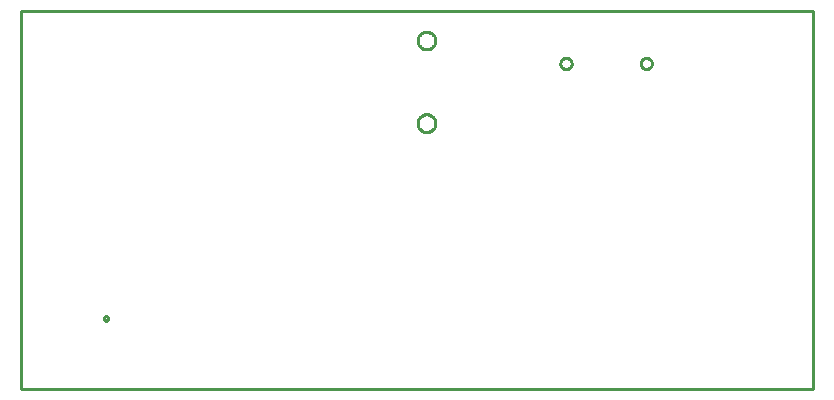
<source format=gbr>
G04 EAGLE Gerber RS-274X export*
G04 #@! %TF.Part,Single*
G04 #@! %TF.FileFunction,Profile,NP*
G04 #@! %TF.FilePolarity,Positive*
G04 #@! %TF.GenerationSoftware,Autodesk,EAGLE,9.5.2*
G04 #@! %TF.CreationDate,2020-03-16T13:55:46Z*
G75*
%MOMM*%
%FSLAX34Y34*%
%LPD*%
%IN*%
%IPPOS*%
%AMOC8*
5,1,8,0,0,1.08239X$1,22.5*%
G01*
%ADD10C,0.000000*%
%ADD11C,0.254000*%


D10*
X0Y0D02*
X670000Y0D01*
X670000Y320000D01*
X0Y320000D01*
X0Y0D01*
X69850Y59700D02*
X69852Y59783D01*
X69858Y59866D01*
X69868Y59949D01*
X69882Y60031D01*
X69899Y60113D01*
X69921Y60193D01*
X69946Y60272D01*
X69975Y60350D01*
X70008Y60427D01*
X70045Y60502D01*
X70084Y60575D01*
X70128Y60646D01*
X70174Y60715D01*
X70224Y60782D01*
X70277Y60846D01*
X70333Y60908D01*
X70392Y60967D01*
X70454Y61023D01*
X70518Y61076D01*
X70585Y61126D01*
X70654Y61172D01*
X70725Y61216D01*
X70798Y61255D01*
X70873Y61292D01*
X70950Y61325D01*
X71028Y61354D01*
X71107Y61379D01*
X71187Y61401D01*
X71269Y61418D01*
X71351Y61432D01*
X71434Y61442D01*
X71517Y61448D01*
X71600Y61450D01*
X71683Y61448D01*
X71766Y61442D01*
X71849Y61432D01*
X71931Y61418D01*
X72013Y61401D01*
X72093Y61379D01*
X72172Y61354D01*
X72250Y61325D01*
X72327Y61292D01*
X72402Y61255D01*
X72475Y61216D01*
X72546Y61172D01*
X72615Y61126D01*
X72682Y61076D01*
X72746Y61023D01*
X72808Y60967D01*
X72867Y60908D01*
X72923Y60846D01*
X72976Y60782D01*
X73026Y60715D01*
X73072Y60646D01*
X73116Y60575D01*
X73155Y60502D01*
X73192Y60427D01*
X73225Y60350D01*
X73254Y60272D01*
X73279Y60193D01*
X73301Y60113D01*
X73318Y60031D01*
X73332Y59949D01*
X73342Y59866D01*
X73348Y59783D01*
X73350Y59700D01*
X73348Y59617D01*
X73342Y59534D01*
X73332Y59451D01*
X73318Y59369D01*
X73301Y59287D01*
X73279Y59207D01*
X73254Y59128D01*
X73225Y59050D01*
X73192Y58973D01*
X73155Y58898D01*
X73116Y58825D01*
X73072Y58754D01*
X73026Y58685D01*
X72976Y58618D01*
X72923Y58554D01*
X72867Y58492D01*
X72808Y58433D01*
X72746Y58377D01*
X72682Y58324D01*
X72615Y58274D01*
X72546Y58228D01*
X72475Y58184D01*
X72402Y58145D01*
X72327Y58108D01*
X72250Y58075D01*
X72172Y58046D01*
X72093Y58021D01*
X72013Y57999D01*
X71931Y57982D01*
X71849Y57968D01*
X71766Y57958D01*
X71683Y57952D01*
X71600Y57950D01*
X71517Y57952D01*
X71434Y57958D01*
X71351Y57968D01*
X71269Y57982D01*
X71187Y57999D01*
X71107Y58021D01*
X71028Y58046D01*
X70950Y58075D01*
X70873Y58108D01*
X70798Y58145D01*
X70725Y58184D01*
X70654Y58228D01*
X70585Y58274D01*
X70518Y58324D01*
X70454Y58377D01*
X70392Y58433D01*
X70333Y58492D01*
X70277Y58554D01*
X70224Y58618D01*
X70174Y58685D01*
X70128Y58754D01*
X70084Y58825D01*
X70045Y58898D01*
X70008Y58973D01*
X69975Y59050D01*
X69946Y59128D01*
X69921Y59207D01*
X69899Y59287D01*
X69882Y59369D01*
X69868Y59451D01*
X69858Y59534D01*
X69852Y59617D01*
X69850Y59700D01*
X456350Y275500D02*
X456352Y275638D01*
X456358Y275775D01*
X456368Y275912D01*
X456382Y276049D01*
X456400Y276185D01*
X456422Y276321D01*
X456447Y276456D01*
X456477Y276590D01*
X456510Y276724D01*
X456548Y276856D01*
X456589Y276987D01*
X456634Y277117D01*
X456683Y277246D01*
X456735Y277373D01*
X456791Y277499D01*
X456851Y277623D01*
X456914Y277745D01*
X456981Y277865D01*
X457051Y277983D01*
X457124Y278100D01*
X457201Y278214D01*
X457282Y278325D01*
X457365Y278435D01*
X457451Y278542D01*
X457541Y278646D01*
X457634Y278748D01*
X457729Y278847D01*
X457827Y278943D01*
X457928Y279036D01*
X458032Y279126D01*
X458138Y279214D01*
X458247Y279298D01*
X458358Y279379D01*
X458472Y279457D01*
X458587Y279531D01*
X458705Y279602D01*
X458825Y279670D01*
X458947Y279734D01*
X459070Y279794D01*
X459195Y279851D01*
X459322Y279905D01*
X459450Y279954D01*
X459580Y280000D01*
X459711Y280042D01*
X459843Y280081D01*
X459976Y280115D01*
X460110Y280146D01*
X460245Y280172D01*
X460381Y280195D01*
X460517Y280214D01*
X460654Y280229D01*
X460791Y280240D01*
X460928Y280247D01*
X461066Y280250D01*
X461203Y280249D01*
X461341Y280244D01*
X461478Y280235D01*
X461615Y280222D01*
X461751Y280205D01*
X461887Y280184D01*
X462022Y280160D01*
X462157Y280131D01*
X462291Y280098D01*
X462423Y280062D01*
X462555Y280022D01*
X462685Y279978D01*
X462814Y279930D01*
X462942Y279878D01*
X463068Y279823D01*
X463192Y279765D01*
X463314Y279702D01*
X463435Y279636D01*
X463554Y279567D01*
X463671Y279494D01*
X463785Y279418D01*
X463898Y279339D01*
X464008Y279256D01*
X464115Y279170D01*
X464220Y279082D01*
X464322Y278990D01*
X464422Y278895D01*
X464519Y278797D01*
X464613Y278697D01*
X464704Y278594D01*
X464792Y278488D01*
X464877Y278380D01*
X464959Y278270D01*
X465038Y278157D01*
X465113Y278042D01*
X465185Y277924D01*
X465253Y277805D01*
X465318Y277684D01*
X465380Y277561D01*
X465437Y277436D01*
X465492Y277310D01*
X465542Y277182D01*
X465589Y277053D01*
X465632Y276922D01*
X465671Y276790D01*
X465707Y276657D01*
X465738Y276523D01*
X465766Y276389D01*
X465790Y276253D01*
X465810Y276117D01*
X465826Y275981D01*
X465838Y275844D01*
X465846Y275706D01*
X465850Y275569D01*
X465850Y275431D01*
X465846Y275294D01*
X465838Y275156D01*
X465826Y275019D01*
X465810Y274883D01*
X465790Y274747D01*
X465766Y274611D01*
X465738Y274477D01*
X465707Y274343D01*
X465671Y274210D01*
X465632Y274078D01*
X465589Y273947D01*
X465542Y273818D01*
X465492Y273690D01*
X465437Y273564D01*
X465380Y273439D01*
X465318Y273316D01*
X465253Y273195D01*
X465185Y273076D01*
X465113Y272958D01*
X465038Y272843D01*
X464959Y272730D01*
X464877Y272620D01*
X464792Y272512D01*
X464704Y272406D01*
X464613Y272303D01*
X464519Y272203D01*
X464422Y272105D01*
X464322Y272010D01*
X464220Y271918D01*
X464115Y271830D01*
X464008Y271744D01*
X463898Y271661D01*
X463785Y271582D01*
X463671Y271506D01*
X463554Y271433D01*
X463435Y271364D01*
X463314Y271298D01*
X463192Y271235D01*
X463068Y271177D01*
X462942Y271122D01*
X462814Y271070D01*
X462685Y271022D01*
X462555Y270978D01*
X462423Y270938D01*
X462291Y270902D01*
X462157Y270869D01*
X462022Y270840D01*
X461887Y270816D01*
X461751Y270795D01*
X461615Y270778D01*
X461478Y270765D01*
X461341Y270756D01*
X461203Y270751D01*
X461066Y270750D01*
X460928Y270753D01*
X460791Y270760D01*
X460654Y270771D01*
X460517Y270786D01*
X460381Y270805D01*
X460245Y270828D01*
X460110Y270854D01*
X459976Y270885D01*
X459843Y270919D01*
X459711Y270958D01*
X459580Y271000D01*
X459450Y271046D01*
X459322Y271095D01*
X459195Y271149D01*
X459070Y271206D01*
X458947Y271266D01*
X458825Y271330D01*
X458705Y271398D01*
X458587Y271469D01*
X458472Y271543D01*
X458358Y271621D01*
X458247Y271702D01*
X458138Y271786D01*
X458032Y271874D01*
X457928Y271964D01*
X457827Y272057D01*
X457729Y272153D01*
X457634Y272252D01*
X457541Y272354D01*
X457451Y272458D01*
X457365Y272565D01*
X457282Y272675D01*
X457201Y272786D01*
X457124Y272900D01*
X457051Y273017D01*
X456981Y273135D01*
X456914Y273255D01*
X456851Y273377D01*
X456791Y273501D01*
X456735Y273627D01*
X456683Y273754D01*
X456634Y273883D01*
X456589Y274013D01*
X456548Y274144D01*
X456510Y274276D01*
X456477Y274410D01*
X456447Y274544D01*
X456422Y274679D01*
X456400Y274815D01*
X456382Y274951D01*
X456368Y275088D01*
X456358Y275225D01*
X456352Y275362D01*
X456350Y275500D01*
X524350Y275500D02*
X524352Y275638D01*
X524358Y275775D01*
X524368Y275912D01*
X524382Y276049D01*
X524400Y276185D01*
X524422Y276321D01*
X524447Y276456D01*
X524477Y276590D01*
X524510Y276724D01*
X524548Y276856D01*
X524589Y276987D01*
X524634Y277117D01*
X524683Y277246D01*
X524735Y277373D01*
X524791Y277499D01*
X524851Y277623D01*
X524914Y277745D01*
X524981Y277865D01*
X525051Y277983D01*
X525124Y278100D01*
X525201Y278214D01*
X525282Y278325D01*
X525365Y278435D01*
X525451Y278542D01*
X525541Y278646D01*
X525634Y278748D01*
X525729Y278847D01*
X525827Y278943D01*
X525928Y279036D01*
X526032Y279126D01*
X526138Y279214D01*
X526247Y279298D01*
X526358Y279379D01*
X526472Y279457D01*
X526587Y279531D01*
X526705Y279602D01*
X526825Y279670D01*
X526947Y279734D01*
X527070Y279794D01*
X527195Y279851D01*
X527322Y279905D01*
X527450Y279954D01*
X527580Y280000D01*
X527711Y280042D01*
X527843Y280081D01*
X527976Y280115D01*
X528110Y280146D01*
X528245Y280172D01*
X528381Y280195D01*
X528517Y280214D01*
X528654Y280229D01*
X528791Y280240D01*
X528928Y280247D01*
X529066Y280250D01*
X529203Y280249D01*
X529341Y280244D01*
X529478Y280235D01*
X529615Y280222D01*
X529751Y280205D01*
X529887Y280184D01*
X530022Y280160D01*
X530157Y280131D01*
X530291Y280098D01*
X530423Y280062D01*
X530555Y280022D01*
X530685Y279978D01*
X530814Y279930D01*
X530942Y279878D01*
X531068Y279823D01*
X531192Y279765D01*
X531314Y279702D01*
X531435Y279636D01*
X531554Y279567D01*
X531671Y279494D01*
X531785Y279418D01*
X531898Y279339D01*
X532008Y279256D01*
X532115Y279170D01*
X532220Y279082D01*
X532322Y278990D01*
X532422Y278895D01*
X532519Y278797D01*
X532613Y278697D01*
X532704Y278594D01*
X532792Y278488D01*
X532877Y278380D01*
X532959Y278270D01*
X533038Y278157D01*
X533113Y278042D01*
X533185Y277924D01*
X533253Y277805D01*
X533318Y277684D01*
X533380Y277561D01*
X533437Y277436D01*
X533492Y277310D01*
X533542Y277182D01*
X533589Y277053D01*
X533632Y276922D01*
X533671Y276790D01*
X533707Y276657D01*
X533738Y276523D01*
X533766Y276389D01*
X533790Y276253D01*
X533810Y276117D01*
X533826Y275981D01*
X533838Y275844D01*
X533846Y275706D01*
X533850Y275569D01*
X533850Y275431D01*
X533846Y275294D01*
X533838Y275156D01*
X533826Y275019D01*
X533810Y274883D01*
X533790Y274747D01*
X533766Y274611D01*
X533738Y274477D01*
X533707Y274343D01*
X533671Y274210D01*
X533632Y274078D01*
X533589Y273947D01*
X533542Y273818D01*
X533492Y273690D01*
X533437Y273564D01*
X533380Y273439D01*
X533318Y273316D01*
X533253Y273195D01*
X533185Y273076D01*
X533113Y272958D01*
X533038Y272843D01*
X532959Y272730D01*
X532877Y272620D01*
X532792Y272512D01*
X532704Y272406D01*
X532613Y272303D01*
X532519Y272203D01*
X532422Y272105D01*
X532322Y272010D01*
X532220Y271918D01*
X532115Y271830D01*
X532008Y271744D01*
X531898Y271661D01*
X531785Y271582D01*
X531671Y271506D01*
X531554Y271433D01*
X531435Y271364D01*
X531314Y271298D01*
X531192Y271235D01*
X531068Y271177D01*
X530942Y271122D01*
X530814Y271070D01*
X530685Y271022D01*
X530555Y270978D01*
X530423Y270938D01*
X530291Y270902D01*
X530157Y270869D01*
X530022Y270840D01*
X529887Y270816D01*
X529751Y270795D01*
X529615Y270778D01*
X529478Y270765D01*
X529341Y270756D01*
X529203Y270751D01*
X529066Y270750D01*
X528928Y270753D01*
X528791Y270760D01*
X528654Y270771D01*
X528517Y270786D01*
X528381Y270805D01*
X528245Y270828D01*
X528110Y270854D01*
X527976Y270885D01*
X527843Y270919D01*
X527711Y270958D01*
X527580Y271000D01*
X527450Y271046D01*
X527322Y271095D01*
X527195Y271149D01*
X527070Y271206D01*
X526947Y271266D01*
X526825Y271330D01*
X526705Y271398D01*
X526587Y271469D01*
X526472Y271543D01*
X526358Y271621D01*
X526247Y271702D01*
X526138Y271786D01*
X526032Y271874D01*
X525928Y271964D01*
X525827Y272057D01*
X525729Y272153D01*
X525634Y272252D01*
X525541Y272354D01*
X525451Y272458D01*
X525365Y272565D01*
X525282Y272675D01*
X525201Y272786D01*
X525124Y272900D01*
X525051Y273017D01*
X524981Y273135D01*
X524914Y273255D01*
X524851Y273377D01*
X524791Y273501D01*
X524735Y273627D01*
X524683Y273754D01*
X524634Y273883D01*
X524589Y274013D01*
X524548Y274144D01*
X524510Y274276D01*
X524477Y274410D01*
X524447Y274544D01*
X524422Y274679D01*
X524400Y274815D01*
X524382Y274951D01*
X524368Y275088D01*
X524358Y275225D01*
X524352Y275362D01*
X524350Y275500D01*
X335500Y295000D02*
X335502Y295184D01*
X335509Y295368D01*
X335520Y295552D01*
X335536Y295735D01*
X335556Y295918D01*
X335581Y296100D01*
X335610Y296282D01*
X335644Y296463D01*
X335682Y296643D01*
X335725Y296822D01*
X335772Y297000D01*
X335823Y297177D01*
X335879Y297353D01*
X335938Y297527D01*
X336003Y297699D01*
X336071Y297870D01*
X336143Y298039D01*
X336220Y298207D01*
X336301Y298372D01*
X336386Y298535D01*
X336474Y298697D01*
X336567Y298856D01*
X336664Y299012D01*
X336764Y299167D01*
X336868Y299319D01*
X336976Y299468D01*
X337087Y299614D01*
X337202Y299758D01*
X337321Y299899D01*
X337443Y300037D01*
X337568Y300172D01*
X337697Y300303D01*
X337828Y300432D01*
X337963Y300557D01*
X338101Y300679D01*
X338242Y300798D01*
X338386Y300913D01*
X338532Y301024D01*
X338681Y301132D01*
X338833Y301236D01*
X338988Y301336D01*
X339144Y301433D01*
X339303Y301526D01*
X339465Y301614D01*
X339628Y301699D01*
X339793Y301780D01*
X339961Y301857D01*
X340130Y301929D01*
X340301Y301997D01*
X340473Y302062D01*
X340647Y302121D01*
X340823Y302177D01*
X341000Y302228D01*
X341178Y302275D01*
X341357Y302318D01*
X341537Y302356D01*
X341718Y302390D01*
X341900Y302419D01*
X342082Y302444D01*
X342265Y302464D01*
X342448Y302480D01*
X342632Y302491D01*
X342816Y302498D01*
X343000Y302500D01*
X343184Y302498D01*
X343368Y302491D01*
X343552Y302480D01*
X343735Y302464D01*
X343918Y302444D01*
X344100Y302419D01*
X344282Y302390D01*
X344463Y302356D01*
X344643Y302318D01*
X344822Y302275D01*
X345000Y302228D01*
X345177Y302177D01*
X345353Y302121D01*
X345527Y302062D01*
X345699Y301997D01*
X345870Y301929D01*
X346039Y301857D01*
X346207Y301780D01*
X346372Y301699D01*
X346535Y301614D01*
X346697Y301526D01*
X346856Y301433D01*
X347012Y301336D01*
X347167Y301236D01*
X347319Y301132D01*
X347468Y301024D01*
X347614Y300913D01*
X347758Y300798D01*
X347899Y300679D01*
X348037Y300557D01*
X348172Y300432D01*
X348303Y300303D01*
X348432Y300172D01*
X348557Y300037D01*
X348679Y299899D01*
X348798Y299758D01*
X348913Y299614D01*
X349024Y299468D01*
X349132Y299319D01*
X349236Y299167D01*
X349336Y299012D01*
X349433Y298856D01*
X349526Y298697D01*
X349614Y298535D01*
X349699Y298372D01*
X349780Y298207D01*
X349857Y298039D01*
X349929Y297870D01*
X349997Y297699D01*
X350062Y297527D01*
X350121Y297353D01*
X350177Y297177D01*
X350228Y297000D01*
X350275Y296822D01*
X350318Y296643D01*
X350356Y296463D01*
X350390Y296282D01*
X350419Y296100D01*
X350444Y295918D01*
X350464Y295735D01*
X350480Y295552D01*
X350491Y295368D01*
X350498Y295184D01*
X350500Y295000D01*
X350498Y294816D01*
X350491Y294632D01*
X350480Y294448D01*
X350464Y294265D01*
X350444Y294082D01*
X350419Y293900D01*
X350390Y293718D01*
X350356Y293537D01*
X350318Y293357D01*
X350275Y293178D01*
X350228Y293000D01*
X350177Y292823D01*
X350121Y292647D01*
X350062Y292473D01*
X349997Y292301D01*
X349929Y292130D01*
X349857Y291961D01*
X349780Y291793D01*
X349699Y291628D01*
X349614Y291465D01*
X349526Y291303D01*
X349433Y291144D01*
X349336Y290988D01*
X349236Y290833D01*
X349132Y290681D01*
X349024Y290532D01*
X348913Y290386D01*
X348798Y290242D01*
X348679Y290101D01*
X348557Y289963D01*
X348432Y289828D01*
X348303Y289697D01*
X348172Y289568D01*
X348037Y289443D01*
X347899Y289321D01*
X347758Y289202D01*
X347614Y289087D01*
X347468Y288976D01*
X347319Y288868D01*
X347167Y288764D01*
X347012Y288664D01*
X346856Y288567D01*
X346697Y288474D01*
X346535Y288386D01*
X346372Y288301D01*
X346207Y288220D01*
X346039Y288143D01*
X345870Y288071D01*
X345699Y288003D01*
X345527Y287938D01*
X345353Y287879D01*
X345177Y287823D01*
X345000Y287772D01*
X344822Y287725D01*
X344643Y287682D01*
X344463Y287644D01*
X344282Y287610D01*
X344100Y287581D01*
X343918Y287556D01*
X343735Y287536D01*
X343552Y287520D01*
X343368Y287509D01*
X343184Y287502D01*
X343000Y287500D01*
X342816Y287502D01*
X342632Y287509D01*
X342448Y287520D01*
X342265Y287536D01*
X342082Y287556D01*
X341900Y287581D01*
X341718Y287610D01*
X341537Y287644D01*
X341357Y287682D01*
X341178Y287725D01*
X341000Y287772D01*
X340823Y287823D01*
X340647Y287879D01*
X340473Y287938D01*
X340301Y288003D01*
X340130Y288071D01*
X339961Y288143D01*
X339793Y288220D01*
X339628Y288301D01*
X339465Y288386D01*
X339303Y288474D01*
X339144Y288567D01*
X338988Y288664D01*
X338833Y288764D01*
X338681Y288868D01*
X338532Y288976D01*
X338386Y289087D01*
X338242Y289202D01*
X338101Y289321D01*
X337963Y289443D01*
X337828Y289568D01*
X337697Y289697D01*
X337568Y289828D01*
X337443Y289963D01*
X337321Y290101D01*
X337202Y290242D01*
X337087Y290386D01*
X336976Y290532D01*
X336868Y290681D01*
X336764Y290833D01*
X336664Y290988D01*
X336567Y291144D01*
X336474Y291303D01*
X336386Y291465D01*
X336301Y291628D01*
X336220Y291793D01*
X336143Y291961D01*
X336071Y292130D01*
X336003Y292301D01*
X335938Y292473D01*
X335879Y292647D01*
X335823Y292823D01*
X335772Y293000D01*
X335725Y293178D01*
X335682Y293357D01*
X335644Y293537D01*
X335610Y293718D01*
X335581Y293900D01*
X335556Y294082D01*
X335536Y294265D01*
X335520Y294448D01*
X335509Y294632D01*
X335502Y294816D01*
X335500Y295000D01*
X335500Y225000D02*
X335502Y225184D01*
X335509Y225368D01*
X335520Y225552D01*
X335536Y225735D01*
X335556Y225918D01*
X335581Y226100D01*
X335610Y226282D01*
X335644Y226463D01*
X335682Y226643D01*
X335725Y226822D01*
X335772Y227000D01*
X335823Y227177D01*
X335879Y227353D01*
X335938Y227527D01*
X336003Y227699D01*
X336071Y227870D01*
X336143Y228039D01*
X336220Y228207D01*
X336301Y228372D01*
X336386Y228535D01*
X336474Y228697D01*
X336567Y228856D01*
X336664Y229012D01*
X336764Y229167D01*
X336868Y229319D01*
X336976Y229468D01*
X337087Y229614D01*
X337202Y229758D01*
X337321Y229899D01*
X337443Y230037D01*
X337568Y230172D01*
X337697Y230303D01*
X337828Y230432D01*
X337963Y230557D01*
X338101Y230679D01*
X338242Y230798D01*
X338386Y230913D01*
X338532Y231024D01*
X338681Y231132D01*
X338833Y231236D01*
X338988Y231336D01*
X339144Y231433D01*
X339303Y231526D01*
X339465Y231614D01*
X339628Y231699D01*
X339793Y231780D01*
X339961Y231857D01*
X340130Y231929D01*
X340301Y231997D01*
X340473Y232062D01*
X340647Y232121D01*
X340823Y232177D01*
X341000Y232228D01*
X341178Y232275D01*
X341357Y232318D01*
X341537Y232356D01*
X341718Y232390D01*
X341900Y232419D01*
X342082Y232444D01*
X342265Y232464D01*
X342448Y232480D01*
X342632Y232491D01*
X342816Y232498D01*
X343000Y232500D01*
X343184Y232498D01*
X343368Y232491D01*
X343552Y232480D01*
X343735Y232464D01*
X343918Y232444D01*
X344100Y232419D01*
X344282Y232390D01*
X344463Y232356D01*
X344643Y232318D01*
X344822Y232275D01*
X345000Y232228D01*
X345177Y232177D01*
X345353Y232121D01*
X345527Y232062D01*
X345699Y231997D01*
X345870Y231929D01*
X346039Y231857D01*
X346207Y231780D01*
X346372Y231699D01*
X346535Y231614D01*
X346697Y231526D01*
X346856Y231433D01*
X347012Y231336D01*
X347167Y231236D01*
X347319Y231132D01*
X347468Y231024D01*
X347614Y230913D01*
X347758Y230798D01*
X347899Y230679D01*
X348037Y230557D01*
X348172Y230432D01*
X348303Y230303D01*
X348432Y230172D01*
X348557Y230037D01*
X348679Y229899D01*
X348798Y229758D01*
X348913Y229614D01*
X349024Y229468D01*
X349132Y229319D01*
X349236Y229167D01*
X349336Y229012D01*
X349433Y228856D01*
X349526Y228697D01*
X349614Y228535D01*
X349699Y228372D01*
X349780Y228207D01*
X349857Y228039D01*
X349929Y227870D01*
X349997Y227699D01*
X350062Y227527D01*
X350121Y227353D01*
X350177Y227177D01*
X350228Y227000D01*
X350275Y226822D01*
X350318Y226643D01*
X350356Y226463D01*
X350390Y226282D01*
X350419Y226100D01*
X350444Y225918D01*
X350464Y225735D01*
X350480Y225552D01*
X350491Y225368D01*
X350498Y225184D01*
X350500Y225000D01*
X350498Y224816D01*
X350491Y224632D01*
X350480Y224448D01*
X350464Y224265D01*
X350444Y224082D01*
X350419Y223900D01*
X350390Y223718D01*
X350356Y223537D01*
X350318Y223357D01*
X350275Y223178D01*
X350228Y223000D01*
X350177Y222823D01*
X350121Y222647D01*
X350062Y222473D01*
X349997Y222301D01*
X349929Y222130D01*
X349857Y221961D01*
X349780Y221793D01*
X349699Y221628D01*
X349614Y221465D01*
X349526Y221303D01*
X349433Y221144D01*
X349336Y220988D01*
X349236Y220833D01*
X349132Y220681D01*
X349024Y220532D01*
X348913Y220386D01*
X348798Y220242D01*
X348679Y220101D01*
X348557Y219963D01*
X348432Y219828D01*
X348303Y219697D01*
X348172Y219568D01*
X348037Y219443D01*
X347899Y219321D01*
X347758Y219202D01*
X347614Y219087D01*
X347468Y218976D01*
X347319Y218868D01*
X347167Y218764D01*
X347012Y218664D01*
X346856Y218567D01*
X346697Y218474D01*
X346535Y218386D01*
X346372Y218301D01*
X346207Y218220D01*
X346039Y218143D01*
X345870Y218071D01*
X345699Y218003D01*
X345527Y217938D01*
X345353Y217879D01*
X345177Y217823D01*
X345000Y217772D01*
X344822Y217725D01*
X344643Y217682D01*
X344463Y217644D01*
X344282Y217610D01*
X344100Y217581D01*
X343918Y217556D01*
X343735Y217536D01*
X343552Y217520D01*
X343368Y217509D01*
X343184Y217502D01*
X343000Y217500D01*
X342816Y217502D01*
X342632Y217509D01*
X342448Y217520D01*
X342265Y217536D01*
X342082Y217556D01*
X341900Y217581D01*
X341718Y217610D01*
X341537Y217644D01*
X341357Y217682D01*
X341178Y217725D01*
X341000Y217772D01*
X340823Y217823D01*
X340647Y217879D01*
X340473Y217938D01*
X340301Y218003D01*
X340130Y218071D01*
X339961Y218143D01*
X339793Y218220D01*
X339628Y218301D01*
X339465Y218386D01*
X339303Y218474D01*
X339144Y218567D01*
X338988Y218664D01*
X338833Y218764D01*
X338681Y218868D01*
X338532Y218976D01*
X338386Y219087D01*
X338242Y219202D01*
X338101Y219321D01*
X337963Y219443D01*
X337828Y219568D01*
X337697Y219697D01*
X337568Y219828D01*
X337443Y219963D01*
X337321Y220101D01*
X337202Y220242D01*
X337087Y220386D01*
X336976Y220532D01*
X336868Y220681D01*
X336764Y220833D01*
X336664Y220988D01*
X336567Y221144D01*
X336474Y221303D01*
X336386Y221465D01*
X336301Y221628D01*
X336220Y221793D01*
X336143Y221961D01*
X336071Y222130D01*
X336003Y222301D01*
X335938Y222473D01*
X335879Y222647D01*
X335823Y222823D01*
X335772Y223000D01*
X335725Y223178D01*
X335682Y223357D01*
X335644Y223537D01*
X335610Y223718D01*
X335581Y223900D01*
X335556Y224082D01*
X335536Y224265D01*
X335520Y224448D01*
X335509Y224632D01*
X335502Y224816D01*
X335500Y225000D01*
D11*
X0Y0D02*
X670000Y0D01*
X670000Y320000D01*
X0Y320000D01*
X0Y0D01*
X69850Y59872D02*
X69917Y60210D01*
X70049Y60529D01*
X70241Y60816D01*
X70484Y61059D01*
X70771Y61251D01*
X71090Y61383D01*
X71428Y61450D01*
X71772Y61450D01*
X72110Y61383D01*
X72429Y61251D01*
X72716Y61059D01*
X72959Y60816D01*
X73151Y60529D01*
X73283Y60210D01*
X73350Y59872D01*
X73350Y59528D01*
X73283Y59190D01*
X73151Y58871D01*
X72959Y58584D01*
X72716Y58341D01*
X72429Y58149D01*
X72110Y58017D01*
X71772Y57950D01*
X71428Y57950D01*
X71090Y58017D01*
X70771Y58149D01*
X70484Y58341D01*
X70241Y58584D01*
X70049Y58871D01*
X69917Y59190D01*
X69850Y59528D01*
X69850Y59872D01*
X465850Y275767D02*
X465790Y276297D01*
X465672Y276817D01*
X465495Y277321D01*
X465264Y277801D01*
X464980Y278253D01*
X464647Y278670D01*
X464270Y279047D01*
X463853Y279380D01*
X463401Y279664D01*
X462921Y279895D01*
X462417Y280072D01*
X461897Y280190D01*
X461367Y280250D01*
X460833Y280250D01*
X460303Y280190D01*
X459783Y280072D01*
X459279Y279895D01*
X458799Y279664D01*
X458347Y279380D01*
X457930Y279047D01*
X457553Y278670D01*
X457220Y278253D01*
X456936Y277801D01*
X456705Y277321D01*
X456528Y276817D01*
X456410Y276297D01*
X456350Y275767D01*
X456350Y275233D01*
X456410Y274703D01*
X456528Y274183D01*
X456705Y273679D01*
X456936Y273199D01*
X457220Y272747D01*
X457553Y272330D01*
X457930Y271953D01*
X458347Y271620D01*
X458799Y271336D01*
X459279Y271105D01*
X459783Y270928D01*
X460303Y270810D01*
X460833Y270750D01*
X461367Y270750D01*
X461897Y270810D01*
X462417Y270928D01*
X462921Y271105D01*
X463401Y271336D01*
X463853Y271620D01*
X464270Y271953D01*
X464647Y272330D01*
X464980Y272747D01*
X465264Y273199D01*
X465495Y273679D01*
X465672Y274183D01*
X465790Y274703D01*
X465850Y275233D01*
X465850Y275767D01*
X533850Y275767D02*
X533790Y276297D01*
X533672Y276817D01*
X533495Y277321D01*
X533264Y277801D01*
X532980Y278253D01*
X532647Y278670D01*
X532270Y279047D01*
X531853Y279380D01*
X531401Y279664D01*
X530921Y279895D01*
X530417Y280072D01*
X529897Y280190D01*
X529367Y280250D01*
X528833Y280250D01*
X528303Y280190D01*
X527783Y280072D01*
X527279Y279895D01*
X526799Y279664D01*
X526347Y279380D01*
X525930Y279047D01*
X525553Y278670D01*
X525220Y278253D01*
X524936Y277801D01*
X524705Y277321D01*
X524528Y276817D01*
X524410Y276297D01*
X524350Y275767D01*
X524350Y275233D01*
X524410Y274703D01*
X524528Y274183D01*
X524705Y273679D01*
X524936Y273199D01*
X525220Y272747D01*
X525553Y272330D01*
X525930Y271953D01*
X526347Y271620D01*
X526799Y271336D01*
X527279Y271105D01*
X527783Y270928D01*
X528303Y270810D01*
X528833Y270750D01*
X529367Y270750D01*
X529897Y270810D01*
X530417Y270928D01*
X530921Y271105D01*
X531401Y271336D01*
X531853Y271620D01*
X532270Y271953D01*
X532647Y272330D01*
X532980Y272747D01*
X533264Y273199D01*
X533495Y273679D01*
X533672Y274183D01*
X533790Y274703D01*
X533850Y275233D01*
X533850Y275767D01*
X342632Y287500D02*
X341898Y287572D01*
X341175Y287716D01*
X340470Y287930D01*
X339789Y288212D01*
X339140Y288559D01*
X338527Y288969D01*
X337957Y289436D01*
X337436Y289957D01*
X336969Y290527D01*
X336559Y291140D01*
X336212Y291789D01*
X335930Y292470D01*
X335716Y293175D01*
X335572Y293898D01*
X335500Y294632D01*
X335500Y295368D01*
X335572Y296102D01*
X335716Y296825D01*
X335930Y297530D01*
X336212Y298211D01*
X336559Y298860D01*
X336969Y299473D01*
X337436Y300043D01*
X337957Y300564D01*
X338527Y301031D01*
X339140Y301441D01*
X339789Y301788D01*
X340470Y302070D01*
X341175Y302284D01*
X341898Y302428D01*
X342632Y302500D01*
X343368Y302500D01*
X344102Y302428D01*
X344825Y302284D01*
X345530Y302070D01*
X346211Y301788D01*
X346860Y301441D01*
X347473Y301031D01*
X348043Y300564D01*
X348564Y300043D01*
X349031Y299473D01*
X349441Y298860D01*
X349788Y298211D01*
X350070Y297530D01*
X350284Y296825D01*
X350428Y296102D01*
X350500Y295368D01*
X350500Y294632D01*
X350428Y293898D01*
X350284Y293175D01*
X350070Y292470D01*
X349788Y291789D01*
X349441Y291140D01*
X349031Y290527D01*
X348564Y289957D01*
X348043Y289436D01*
X347473Y288969D01*
X346860Y288559D01*
X346211Y288212D01*
X345530Y287930D01*
X344825Y287716D01*
X344102Y287572D01*
X343368Y287500D01*
X342632Y287500D01*
X342632Y217500D02*
X341898Y217572D01*
X341175Y217716D01*
X340470Y217930D01*
X339789Y218212D01*
X339140Y218559D01*
X338527Y218969D01*
X337957Y219436D01*
X337436Y219957D01*
X336969Y220527D01*
X336559Y221140D01*
X336212Y221789D01*
X335930Y222470D01*
X335716Y223175D01*
X335572Y223898D01*
X335500Y224632D01*
X335500Y225368D01*
X335572Y226102D01*
X335716Y226825D01*
X335930Y227530D01*
X336212Y228211D01*
X336559Y228860D01*
X336969Y229473D01*
X337436Y230043D01*
X337957Y230564D01*
X338527Y231031D01*
X339140Y231441D01*
X339789Y231788D01*
X340470Y232070D01*
X341175Y232284D01*
X341898Y232428D01*
X342632Y232500D01*
X343368Y232500D01*
X344102Y232428D01*
X344825Y232284D01*
X345530Y232070D01*
X346211Y231788D01*
X346860Y231441D01*
X347473Y231031D01*
X348043Y230564D01*
X348564Y230043D01*
X349031Y229473D01*
X349441Y228860D01*
X349788Y228211D01*
X350070Y227530D01*
X350284Y226825D01*
X350428Y226102D01*
X350500Y225368D01*
X350500Y224632D01*
X350428Y223898D01*
X350284Y223175D01*
X350070Y222470D01*
X349788Y221789D01*
X349441Y221140D01*
X349031Y220527D01*
X348564Y219957D01*
X348043Y219436D01*
X347473Y218969D01*
X346860Y218559D01*
X346211Y218212D01*
X345530Y217930D01*
X344825Y217716D01*
X344102Y217572D01*
X343368Y217500D01*
X342632Y217500D01*
M02*

</source>
